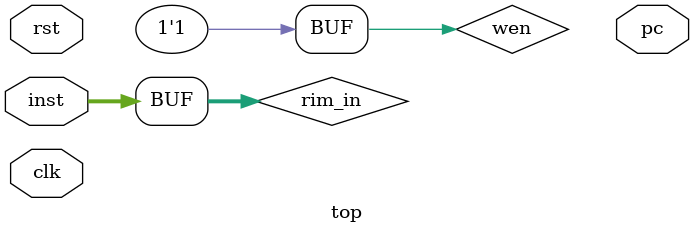
<source format=v>
module top(
        input clk,
        input rst,
        input [31:0] inst,
        output [31:0] pc
    );
    wire [4:0] waddr;
    wire [31:0] wdata;
    wire wen;
    wire [4:0] raddr1;
    wire [31:0] rdata1;
    wire [4:0] raddr2;
    wire [31:0] rdata2;
    RegisterFile #(5, 32) R (clk, waddr, wdata, wen, raddr1, rdata1, raddr2, rdata2);
    assign wen = 1'b1;

    wire [31:0] rpc_in;
    wire [31:0] rpc_out;
    Reg #(32, 32'h80000000) rpc (clk, rst, rpc_in, rpc_out, 1'b1);

    wire [31:0] rim_in;
    wire [31:0] rim_out;
    Reg #(32, 32'b0) rim (clk, rst, rim_in, rim_out, 1'b1);
    assign rim_in = inst;

    wire [6:0] opcode;
    wire [6:0] funct7;
    wire [2:0] funct3;
    wire [31:0] imm;
    wire [4:0] rs1;
    wire [4:0] rs2;
    wire [4:0] rd;
    Decode decode (inst, opcode, funct7, funct3, imm, rs1, rs2, rd);
    assign raddr1 = rs1;
    assign raddr2 = rs2;
    assign waddr = rd;

    wire [31:0] A;
    wire [31:0] B;
    wire [31:0] S;
    ALU alu (A, B, funct3, S);




endmodule

</source>
